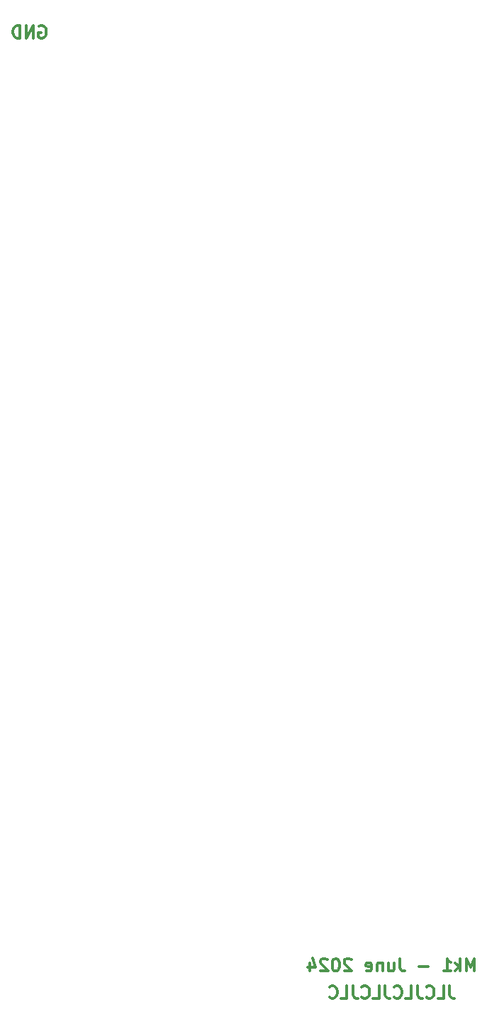
<source format=gbo>
G04 #@! TF.GenerationSoftware,KiCad,Pcbnew,8.0.3*
G04 #@! TF.CreationDate,2024-06-29T21:24:43+02:00*
G04 #@! TF.ProjectId,DMH_VCO_40106_PANEL,444d485f-5643-44f5-9f34-303130365f50,1*
G04 #@! TF.SameCoordinates,Original*
G04 #@! TF.FileFunction,Legend,Bot*
G04 #@! TF.FilePolarity,Positive*
%FSLAX46Y46*%
G04 Gerber Fmt 4.6, Leading zero omitted, Abs format (unit mm)*
G04 Created by KiCad (PCBNEW 8.0.3) date 2024-06-29 21:24:43*
%MOMM*%
%LPD*%
G01*
G04 APERTURE LIST*
%ADD10C,0.300000*%
%ADD11C,2.900000*%
%ADD12C,13.000000*%
%ADD13C,0.500000*%
%ADD14C,12.000000*%
%ADD15C,4.000000*%
%ADD16C,3.100000*%
%ADD17C,2.200000*%
%ADD18R,5.000000X10.000000*%
G04 APERTURE END LIST*
D10*
X109892856Y-243428328D02*
X109892856Y-241928328D01*
X109892856Y-241928328D02*
X109392856Y-242999757D01*
X109392856Y-242999757D02*
X108892856Y-241928328D01*
X108892856Y-241928328D02*
X108892856Y-243428328D01*
X108178570Y-243428328D02*
X108178570Y-241928328D01*
X108035713Y-242856900D02*
X107607141Y-243428328D01*
X107607141Y-242428328D02*
X108178570Y-242999757D01*
X106178569Y-243428328D02*
X107035712Y-243428328D01*
X106607141Y-243428328D02*
X106607141Y-241928328D01*
X106607141Y-241928328D02*
X106749998Y-242142614D01*
X106749998Y-242142614D02*
X106892855Y-242285471D01*
X106892855Y-242285471D02*
X107035712Y-242356900D01*
X104392856Y-242856900D02*
X103249999Y-242856900D01*
X100964284Y-241928328D02*
X100964284Y-242999757D01*
X100964284Y-242999757D02*
X101035713Y-243214042D01*
X101035713Y-243214042D02*
X101178570Y-243356900D01*
X101178570Y-243356900D02*
X101392856Y-243428328D01*
X101392856Y-243428328D02*
X101535713Y-243428328D01*
X99607142Y-242428328D02*
X99607142Y-243428328D01*
X100249999Y-242428328D02*
X100249999Y-243214042D01*
X100249999Y-243214042D02*
X100178570Y-243356900D01*
X100178570Y-243356900D02*
X100035713Y-243428328D01*
X100035713Y-243428328D02*
X99821427Y-243428328D01*
X99821427Y-243428328D02*
X99678570Y-243356900D01*
X99678570Y-243356900D02*
X99607142Y-243285471D01*
X98892856Y-242428328D02*
X98892856Y-243428328D01*
X98892856Y-242571185D02*
X98821427Y-242499757D01*
X98821427Y-242499757D02*
X98678570Y-242428328D01*
X98678570Y-242428328D02*
X98464284Y-242428328D01*
X98464284Y-242428328D02*
X98321427Y-242499757D01*
X98321427Y-242499757D02*
X98249999Y-242642614D01*
X98249999Y-242642614D02*
X98249999Y-243428328D01*
X96964284Y-243356900D02*
X97107141Y-243428328D01*
X97107141Y-243428328D02*
X97392856Y-243428328D01*
X97392856Y-243428328D02*
X97535713Y-243356900D01*
X97535713Y-243356900D02*
X97607141Y-243214042D01*
X97607141Y-243214042D02*
X97607141Y-242642614D01*
X97607141Y-242642614D02*
X97535713Y-242499757D01*
X97535713Y-242499757D02*
X97392856Y-242428328D01*
X97392856Y-242428328D02*
X97107141Y-242428328D01*
X97107141Y-242428328D02*
X96964284Y-242499757D01*
X96964284Y-242499757D02*
X96892856Y-242642614D01*
X96892856Y-242642614D02*
X96892856Y-242785471D01*
X96892856Y-242785471D02*
X97607141Y-242928328D01*
X95178570Y-242071185D02*
X95107142Y-241999757D01*
X95107142Y-241999757D02*
X94964285Y-241928328D01*
X94964285Y-241928328D02*
X94607142Y-241928328D01*
X94607142Y-241928328D02*
X94464285Y-241999757D01*
X94464285Y-241999757D02*
X94392856Y-242071185D01*
X94392856Y-242071185D02*
X94321427Y-242214042D01*
X94321427Y-242214042D02*
X94321427Y-242356900D01*
X94321427Y-242356900D02*
X94392856Y-242571185D01*
X94392856Y-242571185D02*
X95249999Y-243428328D01*
X95249999Y-243428328D02*
X94321427Y-243428328D01*
X93392856Y-241928328D02*
X93249999Y-241928328D01*
X93249999Y-241928328D02*
X93107142Y-241999757D01*
X93107142Y-241999757D02*
X93035714Y-242071185D01*
X93035714Y-242071185D02*
X92964285Y-242214042D01*
X92964285Y-242214042D02*
X92892856Y-242499757D01*
X92892856Y-242499757D02*
X92892856Y-242856900D01*
X92892856Y-242856900D02*
X92964285Y-243142614D01*
X92964285Y-243142614D02*
X93035714Y-243285471D01*
X93035714Y-243285471D02*
X93107142Y-243356900D01*
X93107142Y-243356900D02*
X93249999Y-243428328D01*
X93249999Y-243428328D02*
X93392856Y-243428328D01*
X93392856Y-243428328D02*
X93535714Y-243356900D01*
X93535714Y-243356900D02*
X93607142Y-243285471D01*
X93607142Y-243285471D02*
X93678571Y-243142614D01*
X93678571Y-243142614D02*
X93749999Y-242856900D01*
X93749999Y-242856900D02*
X93749999Y-242499757D01*
X93749999Y-242499757D02*
X93678571Y-242214042D01*
X93678571Y-242214042D02*
X93607142Y-242071185D01*
X93607142Y-242071185D02*
X93535714Y-241999757D01*
X93535714Y-241999757D02*
X93392856Y-241928328D01*
X92321428Y-242071185D02*
X92250000Y-241999757D01*
X92250000Y-241999757D02*
X92107143Y-241928328D01*
X92107143Y-241928328D02*
X91750000Y-241928328D01*
X91750000Y-241928328D02*
X91607143Y-241999757D01*
X91607143Y-241999757D02*
X91535714Y-242071185D01*
X91535714Y-242071185D02*
X91464285Y-242214042D01*
X91464285Y-242214042D02*
X91464285Y-242356900D01*
X91464285Y-242356900D02*
X91535714Y-242571185D01*
X91535714Y-242571185D02*
X92392857Y-243428328D01*
X92392857Y-243428328D02*
X91464285Y-243428328D01*
X90178572Y-242428328D02*
X90178572Y-243428328D01*
X90535714Y-241856900D02*
X90892857Y-242928328D01*
X90892857Y-242928328D02*
X89964286Y-242928328D01*
X106928571Y-245178328D02*
X106928571Y-246249757D01*
X106928571Y-246249757D02*
X107000000Y-246464042D01*
X107000000Y-246464042D02*
X107142857Y-246606900D01*
X107142857Y-246606900D02*
X107357143Y-246678328D01*
X107357143Y-246678328D02*
X107500000Y-246678328D01*
X105500000Y-246678328D02*
X106214286Y-246678328D01*
X106214286Y-246678328D02*
X106214286Y-245178328D01*
X104142857Y-246535471D02*
X104214285Y-246606900D01*
X104214285Y-246606900D02*
X104428571Y-246678328D01*
X104428571Y-246678328D02*
X104571428Y-246678328D01*
X104571428Y-246678328D02*
X104785714Y-246606900D01*
X104785714Y-246606900D02*
X104928571Y-246464042D01*
X104928571Y-246464042D02*
X105000000Y-246321185D01*
X105000000Y-246321185D02*
X105071428Y-246035471D01*
X105071428Y-246035471D02*
X105071428Y-245821185D01*
X105071428Y-245821185D02*
X105000000Y-245535471D01*
X105000000Y-245535471D02*
X104928571Y-245392614D01*
X104928571Y-245392614D02*
X104785714Y-245249757D01*
X104785714Y-245249757D02*
X104571428Y-245178328D01*
X104571428Y-245178328D02*
X104428571Y-245178328D01*
X104428571Y-245178328D02*
X104214285Y-245249757D01*
X104214285Y-245249757D02*
X104142857Y-245321185D01*
X103071428Y-245178328D02*
X103071428Y-246249757D01*
X103071428Y-246249757D02*
X103142857Y-246464042D01*
X103142857Y-246464042D02*
X103285714Y-246606900D01*
X103285714Y-246606900D02*
X103500000Y-246678328D01*
X103500000Y-246678328D02*
X103642857Y-246678328D01*
X101642857Y-246678328D02*
X102357143Y-246678328D01*
X102357143Y-246678328D02*
X102357143Y-245178328D01*
X100285714Y-246535471D02*
X100357142Y-246606900D01*
X100357142Y-246606900D02*
X100571428Y-246678328D01*
X100571428Y-246678328D02*
X100714285Y-246678328D01*
X100714285Y-246678328D02*
X100928571Y-246606900D01*
X100928571Y-246606900D02*
X101071428Y-246464042D01*
X101071428Y-246464042D02*
X101142857Y-246321185D01*
X101142857Y-246321185D02*
X101214285Y-246035471D01*
X101214285Y-246035471D02*
X101214285Y-245821185D01*
X101214285Y-245821185D02*
X101142857Y-245535471D01*
X101142857Y-245535471D02*
X101071428Y-245392614D01*
X101071428Y-245392614D02*
X100928571Y-245249757D01*
X100928571Y-245249757D02*
X100714285Y-245178328D01*
X100714285Y-245178328D02*
X100571428Y-245178328D01*
X100571428Y-245178328D02*
X100357142Y-245249757D01*
X100357142Y-245249757D02*
X100285714Y-245321185D01*
X99214285Y-245178328D02*
X99214285Y-246249757D01*
X99214285Y-246249757D02*
X99285714Y-246464042D01*
X99285714Y-246464042D02*
X99428571Y-246606900D01*
X99428571Y-246606900D02*
X99642857Y-246678328D01*
X99642857Y-246678328D02*
X99785714Y-246678328D01*
X97785714Y-246678328D02*
X98500000Y-246678328D01*
X98500000Y-246678328D02*
X98500000Y-245178328D01*
X96428571Y-246535471D02*
X96499999Y-246606900D01*
X96499999Y-246606900D02*
X96714285Y-246678328D01*
X96714285Y-246678328D02*
X96857142Y-246678328D01*
X96857142Y-246678328D02*
X97071428Y-246606900D01*
X97071428Y-246606900D02*
X97214285Y-246464042D01*
X97214285Y-246464042D02*
X97285714Y-246321185D01*
X97285714Y-246321185D02*
X97357142Y-246035471D01*
X97357142Y-246035471D02*
X97357142Y-245821185D01*
X97357142Y-245821185D02*
X97285714Y-245535471D01*
X97285714Y-245535471D02*
X97214285Y-245392614D01*
X97214285Y-245392614D02*
X97071428Y-245249757D01*
X97071428Y-245249757D02*
X96857142Y-245178328D01*
X96857142Y-245178328D02*
X96714285Y-245178328D01*
X96714285Y-245178328D02*
X96499999Y-245249757D01*
X96499999Y-245249757D02*
X96428571Y-245321185D01*
X95357142Y-245178328D02*
X95357142Y-246249757D01*
X95357142Y-246249757D02*
X95428571Y-246464042D01*
X95428571Y-246464042D02*
X95571428Y-246606900D01*
X95571428Y-246606900D02*
X95785714Y-246678328D01*
X95785714Y-246678328D02*
X95928571Y-246678328D01*
X93928571Y-246678328D02*
X94642857Y-246678328D01*
X94642857Y-246678328D02*
X94642857Y-245178328D01*
X92571428Y-246535471D02*
X92642856Y-246606900D01*
X92642856Y-246606900D02*
X92857142Y-246678328D01*
X92857142Y-246678328D02*
X92999999Y-246678328D01*
X92999999Y-246678328D02*
X93214285Y-246606900D01*
X93214285Y-246606900D02*
X93357142Y-246464042D01*
X93357142Y-246464042D02*
X93428571Y-246321185D01*
X93428571Y-246321185D02*
X93499999Y-246035471D01*
X93499999Y-246035471D02*
X93499999Y-245821185D01*
X93499999Y-245821185D02*
X93428571Y-245535471D01*
X93428571Y-245535471D02*
X93357142Y-245392614D01*
X93357142Y-245392614D02*
X93214285Y-245249757D01*
X93214285Y-245249757D02*
X92999999Y-245178328D01*
X92999999Y-245178328D02*
X92857142Y-245178328D01*
X92857142Y-245178328D02*
X92642856Y-245249757D01*
X92642856Y-245249757D02*
X92571428Y-245321185D01*
X57892856Y-130599757D02*
X58035714Y-130528328D01*
X58035714Y-130528328D02*
X58249999Y-130528328D01*
X58249999Y-130528328D02*
X58464285Y-130599757D01*
X58464285Y-130599757D02*
X58607142Y-130742614D01*
X58607142Y-130742614D02*
X58678571Y-130885471D01*
X58678571Y-130885471D02*
X58749999Y-131171185D01*
X58749999Y-131171185D02*
X58749999Y-131385471D01*
X58749999Y-131385471D02*
X58678571Y-131671185D01*
X58678571Y-131671185D02*
X58607142Y-131814042D01*
X58607142Y-131814042D02*
X58464285Y-131956900D01*
X58464285Y-131956900D02*
X58249999Y-132028328D01*
X58249999Y-132028328D02*
X58107142Y-132028328D01*
X58107142Y-132028328D02*
X57892856Y-131956900D01*
X57892856Y-131956900D02*
X57821428Y-131885471D01*
X57821428Y-131885471D02*
X57821428Y-131385471D01*
X57821428Y-131385471D02*
X58107142Y-131385471D01*
X57178571Y-132028328D02*
X57178571Y-130528328D01*
X57178571Y-130528328D02*
X56321428Y-132028328D01*
X56321428Y-132028328D02*
X56321428Y-130528328D01*
X55607142Y-132028328D02*
X55607142Y-130528328D01*
X55607142Y-130528328D02*
X55249999Y-130528328D01*
X55249999Y-130528328D02*
X55035713Y-130599757D01*
X55035713Y-130599757D02*
X54892856Y-130742614D01*
X54892856Y-130742614D02*
X54821427Y-130885471D01*
X54821427Y-130885471D02*
X54749999Y-131171185D01*
X54749999Y-131171185D02*
X54749999Y-131385471D01*
X54749999Y-131385471D02*
X54821427Y-131671185D01*
X54821427Y-131671185D02*
X54892856Y-131814042D01*
X54892856Y-131814042D02*
X55035713Y-131956900D01*
X55035713Y-131956900D02*
X55249999Y-132028328D01*
X55249999Y-132028328D02*
X55607142Y-132028328D01*
%LPC*%
D11*
X139500000Y-65600000D03*
D12*
X139500000Y-72000000D03*
D11*
X62500000Y-139600000D03*
D12*
X62500000Y-146000000D03*
D11*
X119500000Y-65600000D03*
D12*
X119500000Y-72000000D03*
X87500000Y-183750000D03*
X81000000Y-92000000D03*
D13*
X106800000Y-228750000D03*
X108460000Y-224720000D03*
X108470000Y-232790000D03*
X112500000Y-223050000D03*
D14*
X112500000Y-228750000D03*
D13*
X112500000Y-234450000D03*
X116530000Y-232790000D03*
X116540000Y-224720000D03*
X118200000Y-228750000D03*
D15*
X54000000Y-246000000D03*
X146000000Y-54000000D03*
D16*
X124500000Y-111620000D03*
D17*
X141500000Y-119750000D03*
X117500000Y-119750000D03*
X133500000Y-119750000D03*
D13*
X56800000Y-228750000D03*
X58460000Y-224720000D03*
X58470000Y-232790000D03*
X62500000Y-223050000D03*
D14*
X62500000Y-228750000D03*
D13*
X62500000Y-234450000D03*
X66530000Y-232790000D03*
X66540000Y-224720000D03*
X68200000Y-228750000D03*
X131800000Y-206250000D03*
X133460000Y-202220000D03*
X133470000Y-210290000D03*
X137500000Y-200550000D03*
D14*
X137500000Y-206250000D03*
D13*
X137500000Y-211950000D03*
X141530000Y-210290000D03*
X141540000Y-202220000D03*
X143200000Y-206250000D03*
D16*
X139500000Y-91500000D03*
X139500000Y-111620000D03*
D12*
X131500000Y-146000000D03*
D15*
X54000000Y-54000000D03*
D16*
X134500000Y-111620000D03*
X129500000Y-111620000D03*
D12*
X137500000Y-183750000D03*
D15*
X146000000Y-246000000D03*
D16*
X119500000Y-91500000D03*
D13*
X81800000Y-206250000D03*
X83460000Y-202220000D03*
X83470000Y-210290000D03*
X87500000Y-200550000D03*
D14*
X87500000Y-206250000D03*
D13*
X87500000Y-211950000D03*
X91530000Y-210290000D03*
X91540000Y-202220000D03*
X93200000Y-206250000D03*
D17*
X125500000Y-119750000D03*
D12*
X93500000Y-146000000D03*
D16*
X119500000Y-111620000D03*
D13*
X56840000Y-206250000D03*
X58500000Y-202220000D03*
X58510000Y-210290000D03*
X62540000Y-200550000D03*
D14*
X62540000Y-206250000D03*
D13*
X62540000Y-211950000D03*
X66570000Y-210290000D03*
X66580000Y-202220000D03*
X68240000Y-206250000D03*
X106800000Y-206250000D03*
X108460000Y-202220000D03*
X108470000Y-210290000D03*
X112500000Y-200550000D03*
D14*
X112500000Y-206250000D03*
D13*
X112500000Y-211950000D03*
X116530000Y-210290000D03*
X116540000Y-202220000D03*
X118200000Y-206250000D03*
X131800000Y-228750000D03*
X133460000Y-224720000D03*
X133470000Y-232790000D03*
X137500000Y-223050000D03*
D14*
X137500000Y-228750000D03*
D13*
X137500000Y-234450000D03*
X141530000Y-232790000D03*
X141540000Y-224720000D03*
X143200000Y-228750000D03*
X81800000Y-228750000D03*
X83460000Y-224720000D03*
X83470000Y-232790000D03*
X87500000Y-223050000D03*
D14*
X87500000Y-228750000D03*
D13*
X87500000Y-234450000D03*
X91530000Y-232790000D03*
X91540000Y-224720000D03*
X93200000Y-228750000D03*
D12*
X112500000Y-183750000D03*
D13*
X56800000Y-183750000D03*
X58460000Y-179720000D03*
X58470000Y-187790000D03*
X62500000Y-178050000D03*
D14*
X62500000Y-183750000D03*
D13*
X62500000Y-189450000D03*
X66530000Y-187790000D03*
X66540000Y-179720000D03*
X68200000Y-183750000D03*
D18*
X56750000Y-125000000D03*
%LPD*%
M02*

</source>
